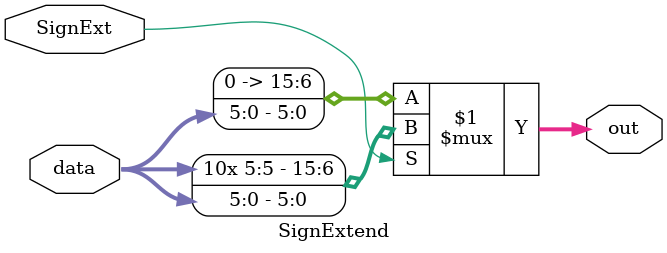
<source format=v>
module SignExtend
	(
		input SignExt,
		input [5:0] data,
		output [15:0] out
	);

	assign out = (SignExt) ? {{10{data[5]}}, data[5:0]} : {{10{1'b0}}, data[5:0]};
endmodule

	
</source>
